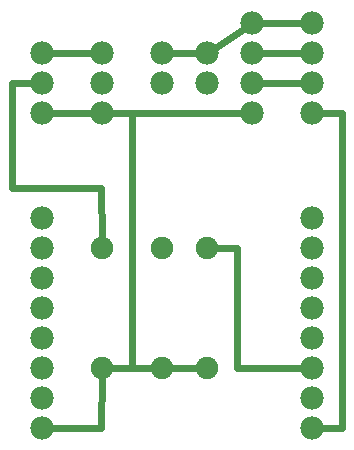
<source format=gtl>
G04 MADE WITH FRITZING*
G04 WWW.FRITZING.ORG*
G04 DOUBLE SIDED*
G04 HOLES PLATED*
G04 CONTOUR ON CENTER OF CONTOUR VECTOR*
%ASAXBY*%
%FSLAX23Y23*%
%MOIN*%
%OFA0B0*%
%SFA1.0B1.0*%
%ADD10C,0.077778*%
%ADD11C,0.078000*%
%ADD12C,0.075000*%
%ADD13C,0.024000*%
%ADD14R,0.001000X0.001000*%
%LNCOPPER1*%
G90*
G70*
G54D10*
X132Y1085D03*
X132Y985D03*
X132Y885D03*
X132Y785D03*
X132Y685D03*
X132Y585D03*
X132Y485D03*
X132Y385D03*
X1032Y385D03*
X1032Y485D03*
X1032Y585D03*
X1032Y685D03*
X1032Y785D03*
X1032Y885D03*
X1032Y985D03*
X1032Y1085D03*
G54D11*
X682Y1635D03*
X682Y1535D03*
X532Y1635D03*
X532Y1535D03*
X832Y1735D03*
X832Y1635D03*
X832Y1535D03*
X832Y1435D03*
X332Y1635D03*
X332Y1535D03*
X332Y1435D03*
X132Y1635D03*
X132Y1535D03*
X132Y1435D03*
G54D12*
X332Y985D03*
X332Y585D03*
X532Y985D03*
X532Y585D03*
X682Y985D03*
X682Y585D03*
G54D11*
X1032Y1735D03*
X1032Y1635D03*
X1032Y1535D03*
X1032Y1435D03*
G54D13*
X330Y384D02*
X161Y384D01*
D02*
X331Y556D02*
X330Y384D01*
D02*
X1131Y1433D02*
X1062Y1434D01*
D02*
X1131Y384D02*
X1131Y1433D01*
D02*
X1061Y384D02*
X1131Y384D01*
D02*
X431Y1435D02*
X801Y1435D01*
D02*
X301Y1435D02*
X162Y1435D01*
D02*
X431Y1435D02*
X362Y1435D01*
D02*
X431Y585D02*
X431Y1435D01*
D02*
X431Y585D02*
X360Y585D01*
D02*
X32Y1534D02*
X32Y1185D01*
D02*
X32Y1185D02*
X330Y1185D01*
D02*
X101Y1534D02*
X32Y1534D01*
D02*
X330Y1185D02*
X331Y1013D01*
D02*
X653Y585D02*
X560Y585D01*
D02*
X503Y585D02*
X431Y585D01*
D02*
X807Y1718D02*
X707Y1651D01*
D02*
X651Y1635D02*
X562Y1635D01*
D02*
X301Y1635D02*
X162Y1635D01*
D02*
X782Y984D02*
X710Y984D01*
D02*
X1002Y585D02*
X782Y585D01*
D02*
X782Y585D02*
X782Y984D01*
D02*
X1001Y1535D02*
X862Y1535D01*
D02*
X1001Y1635D02*
X862Y1635D01*
D02*
X1001Y1735D02*
X862Y1735D01*
G54D14*
D02*
G04 End of Copper1*
M02*
</source>
